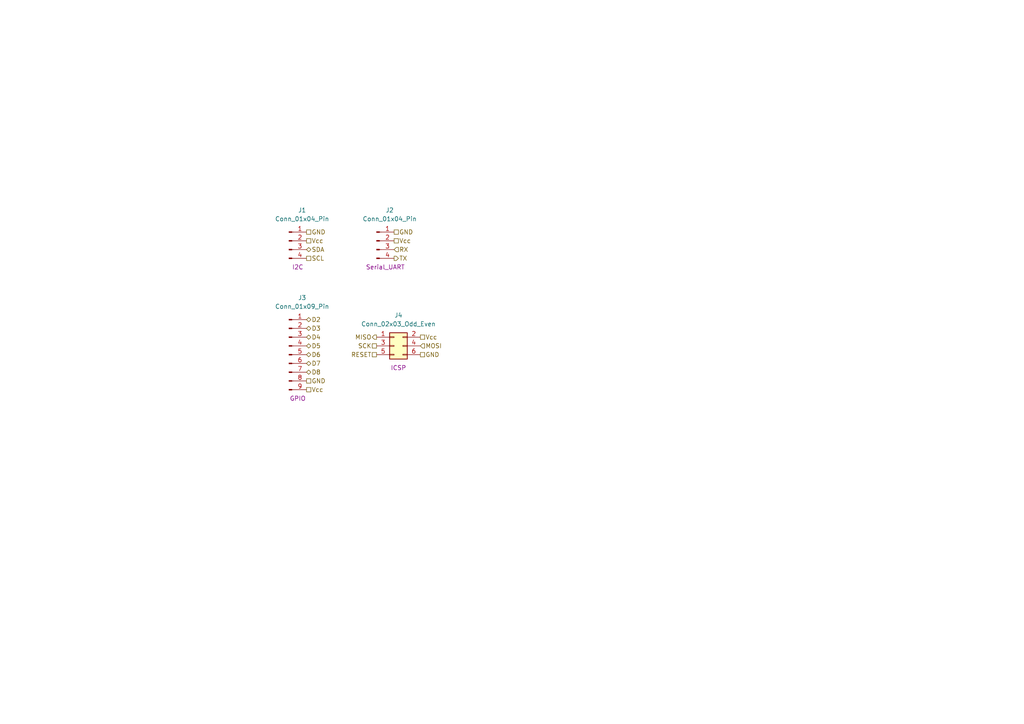
<source format=kicad_sch>
(kicad_sch
	(version 20250114)
	(generator "eeschema")
	(generator_version "9.0")
	(uuid "0a472b81-c174-400d-ba5e-5712dd1028b3")
	(paper "A4")
	(title_block
		(title "${Project_name}")
		(date "2025-12-15")
		(company "YUKESH.S   2024104010")
	)
	(lib_symbols
		(symbol "Connector:Conn_01x04_Pin"
			(pin_names
				(offset 1.016)
				(hide yes)
			)
			(exclude_from_sim no)
			(in_bom yes)
			(on_board yes)
			(property "Reference" "J"
				(at 0 5.08 0)
				(effects
					(font
						(size 1.27 1.27)
					)
				)
			)
			(property "Value" "Conn_01x04_Pin"
				(at 0 -7.62 0)
				(effects
					(font
						(size 1.27 1.27)
					)
				)
			)
			(property "Footprint" ""
				(at 0 0 0)
				(effects
					(font
						(size 1.27 1.27)
					)
					(hide yes)
				)
			)
			(property "Datasheet" "~"
				(at 0 0 0)
				(effects
					(font
						(size 1.27 1.27)
					)
					(hide yes)
				)
			)
			(property "Description" "Generic connector, single row, 01x04, script generated"
				(at 0 0 0)
				(effects
					(font
						(size 1.27 1.27)
					)
					(hide yes)
				)
			)
			(property "ki_locked" ""
				(at 0 0 0)
				(effects
					(font
						(size 1.27 1.27)
					)
				)
			)
			(property "ki_keywords" "connector"
				(at 0 0 0)
				(effects
					(font
						(size 1.27 1.27)
					)
					(hide yes)
				)
			)
			(property "ki_fp_filters" "Connector*:*_1x??_*"
				(at 0 0 0)
				(effects
					(font
						(size 1.27 1.27)
					)
					(hide yes)
				)
			)
			(symbol "Conn_01x04_Pin_1_1"
				(rectangle
					(start 0.8636 2.667)
					(end 0 2.413)
					(stroke
						(width 0.1524)
						(type default)
					)
					(fill
						(type outline)
					)
				)
				(rectangle
					(start 0.8636 0.127)
					(end 0 -0.127)
					(stroke
						(width 0.1524)
						(type default)
					)
					(fill
						(type outline)
					)
				)
				(rectangle
					(start 0.8636 -2.413)
					(end 0 -2.667)
					(stroke
						(width 0.1524)
						(type default)
					)
					(fill
						(type outline)
					)
				)
				(rectangle
					(start 0.8636 -4.953)
					(end 0 -5.207)
					(stroke
						(width 0.1524)
						(type default)
					)
					(fill
						(type outline)
					)
				)
				(polyline
					(pts
						(xy 1.27 2.54) (xy 0.8636 2.54)
					)
					(stroke
						(width 0.1524)
						(type default)
					)
					(fill
						(type none)
					)
				)
				(polyline
					(pts
						(xy 1.27 0) (xy 0.8636 0)
					)
					(stroke
						(width 0.1524)
						(type default)
					)
					(fill
						(type none)
					)
				)
				(polyline
					(pts
						(xy 1.27 -2.54) (xy 0.8636 -2.54)
					)
					(stroke
						(width 0.1524)
						(type default)
					)
					(fill
						(type none)
					)
				)
				(polyline
					(pts
						(xy 1.27 -5.08) (xy 0.8636 -5.08)
					)
					(stroke
						(width 0.1524)
						(type default)
					)
					(fill
						(type none)
					)
				)
				(pin passive line
					(at 5.08 2.54 180)
					(length 3.81)
					(name "Pin_1"
						(effects
							(font
								(size 1.27 1.27)
							)
						)
					)
					(number "1"
						(effects
							(font
								(size 1.27 1.27)
							)
						)
					)
				)
				(pin passive line
					(at 5.08 0 180)
					(length 3.81)
					(name "Pin_2"
						(effects
							(font
								(size 1.27 1.27)
							)
						)
					)
					(number "2"
						(effects
							(font
								(size 1.27 1.27)
							)
						)
					)
				)
				(pin passive line
					(at 5.08 -2.54 180)
					(length 3.81)
					(name "Pin_3"
						(effects
							(font
								(size 1.27 1.27)
							)
						)
					)
					(number "3"
						(effects
							(font
								(size 1.27 1.27)
							)
						)
					)
				)
				(pin passive line
					(at 5.08 -5.08 180)
					(length 3.81)
					(name "Pin_4"
						(effects
							(font
								(size 1.27 1.27)
							)
						)
					)
					(number "4"
						(effects
							(font
								(size 1.27 1.27)
							)
						)
					)
				)
			)
			(embedded_fonts no)
		)
		(symbol "Connector:Conn_01x09_Pin"
			(pin_names
				(offset 1.016)
				(hide yes)
			)
			(exclude_from_sim no)
			(in_bom yes)
			(on_board yes)
			(property "Reference" "J"
				(at 0 12.7 0)
				(effects
					(font
						(size 1.27 1.27)
					)
				)
			)
			(property "Value" "Conn_01x09_Pin"
				(at 0 -12.7 0)
				(effects
					(font
						(size 1.27 1.27)
					)
				)
			)
			(property "Footprint" ""
				(at 0 0 0)
				(effects
					(font
						(size 1.27 1.27)
					)
					(hide yes)
				)
			)
			(property "Datasheet" "~"
				(at 0 0 0)
				(effects
					(font
						(size 1.27 1.27)
					)
					(hide yes)
				)
			)
			(property "Description" "Generic connector, single row, 01x09, script generated"
				(at 0 0 0)
				(effects
					(font
						(size 1.27 1.27)
					)
					(hide yes)
				)
			)
			(property "ki_locked" ""
				(at 0 0 0)
				(effects
					(font
						(size 1.27 1.27)
					)
				)
			)
			(property "ki_keywords" "connector"
				(at 0 0 0)
				(effects
					(font
						(size 1.27 1.27)
					)
					(hide yes)
				)
			)
			(property "ki_fp_filters" "Connector*:*_1x??_*"
				(at 0 0 0)
				(effects
					(font
						(size 1.27 1.27)
					)
					(hide yes)
				)
			)
			(symbol "Conn_01x09_Pin_1_1"
				(rectangle
					(start 0.8636 10.287)
					(end 0 10.033)
					(stroke
						(width 0.1524)
						(type default)
					)
					(fill
						(type outline)
					)
				)
				(rectangle
					(start 0.8636 7.747)
					(end 0 7.493)
					(stroke
						(width 0.1524)
						(type default)
					)
					(fill
						(type outline)
					)
				)
				(rectangle
					(start 0.8636 5.207)
					(end 0 4.953)
					(stroke
						(width 0.1524)
						(type default)
					)
					(fill
						(type outline)
					)
				)
				(rectangle
					(start 0.8636 2.667)
					(end 0 2.413)
					(stroke
						(width 0.1524)
						(type default)
					)
					(fill
						(type outline)
					)
				)
				(rectangle
					(start 0.8636 0.127)
					(end 0 -0.127)
					(stroke
						(width 0.1524)
						(type default)
					)
					(fill
						(type outline)
					)
				)
				(rectangle
					(start 0.8636 -2.413)
					(end 0 -2.667)
					(stroke
						(width 0.1524)
						(type default)
					)
					(fill
						(type outline)
					)
				)
				(rectangle
					(start 0.8636 -4.953)
					(end 0 -5.207)
					(stroke
						(width 0.1524)
						(type default)
					)
					(fill
						(type outline)
					)
				)
				(rectangle
					(start 0.8636 -7.493)
					(end 0 -7.747)
					(stroke
						(width 0.1524)
						(type default)
					)
					(fill
						(type outline)
					)
				)
				(rectangle
					(start 0.8636 -10.033)
					(end 0 -10.287)
					(stroke
						(width 0.1524)
						(type default)
					)
					(fill
						(type outline)
					)
				)
				(polyline
					(pts
						(xy 1.27 10.16) (xy 0.8636 10.16)
					)
					(stroke
						(width 0.1524)
						(type default)
					)
					(fill
						(type none)
					)
				)
				(polyline
					(pts
						(xy 1.27 7.62) (xy 0.8636 7.62)
					)
					(stroke
						(width 0.1524)
						(type default)
					)
					(fill
						(type none)
					)
				)
				(polyline
					(pts
						(xy 1.27 5.08) (xy 0.8636 5.08)
					)
					(stroke
						(width 0.1524)
						(type default)
					)
					(fill
						(type none)
					)
				)
				(polyline
					(pts
						(xy 1.27 2.54) (xy 0.8636 2.54)
					)
					(stroke
						(width 0.1524)
						(type default)
					)
					(fill
						(type none)
					)
				)
				(polyline
					(pts
						(xy 1.27 0) (xy 0.8636 0)
					)
					(stroke
						(width 0.1524)
						(type default)
					)
					(fill
						(type none)
					)
				)
				(polyline
					(pts
						(xy 1.27 -2.54) (xy 0.8636 -2.54)
					)
					(stroke
						(width 0.1524)
						(type default)
					)
					(fill
						(type none)
					)
				)
				(polyline
					(pts
						(xy 1.27 -5.08) (xy 0.8636 -5.08)
					)
					(stroke
						(width 0.1524)
						(type default)
					)
					(fill
						(type none)
					)
				)
				(polyline
					(pts
						(xy 1.27 -7.62) (xy 0.8636 -7.62)
					)
					(stroke
						(width 0.1524)
						(type default)
					)
					(fill
						(type none)
					)
				)
				(polyline
					(pts
						(xy 1.27 -10.16) (xy 0.8636 -10.16)
					)
					(stroke
						(width 0.1524)
						(type default)
					)
					(fill
						(type none)
					)
				)
				(pin passive line
					(at 5.08 10.16 180)
					(length 3.81)
					(name "Pin_1"
						(effects
							(font
								(size 1.27 1.27)
							)
						)
					)
					(number "1"
						(effects
							(font
								(size 1.27 1.27)
							)
						)
					)
				)
				(pin passive line
					(at 5.08 7.62 180)
					(length 3.81)
					(name "Pin_2"
						(effects
							(font
								(size 1.27 1.27)
							)
						)
					)
					(number "2"
						(effects
							(font
								(size 1.27 1.27)
							)
						)
					)
				)
				(pin passive line
					(at 5.08 5.08 180)
					(length 3.81)
					(name "Pin_3"
						(effects
							(font
								(size 1.27 1.27)
							)
						)
					)
					(number "3"
						(effects
							(font
								(size 1.27 1.27)
							)
						)
					)
				)
				(pin passive line
					(at 5.08 2.54 180)
					(length 3.81)
					(name "Pin_4"
						(effects
							(font
								(size 1.27 1.27)
							)
						)
					)
					(number "4"
						(effects
							(font
								(size 1.27 1.27)
							)
						)
					)
				)
				(pin passive line
					(at 5.08 0 180)
					(length 3.81)
					(name "Pin_5"
						(effects
							(font
								(size 1.27 1.27)
							)
						)
					)
					(number "5"
						(effects
							(font
								(size 1.27 1.27)
							)
						)
					)
				)
				(pin passive line
					(at 5.08 -2.54 180)
					(length 3.81)
					(name "Pin_6"
						(effects
							(font
								(size 1.27 1.27)
							)
						)
					)
					(number "6"
						(effects
							(font
								(size 1.27 1.27)
							)
						)
					)
				)
				(pin passive line
					(at 5.08 -5.08 180)
					(length 3.81)
					(name "Pin_7"
						(effects
							(font
								(size 1.27 1.27)
							)
						)
					)
					(number "7"
						(effects
							(font
								(size 1.27 1.27)
							)
						)
					)
				)
				(pin passive line
					(at 5.08 -7.62 180)
					(length 3.81)
					(name "Pin_8"
						(effects
							(font
								(size 1.27 1.27)
							)
						)
					)
					(number "8"
						(effects
							(font
								(size 1.27 1.27)
							)
						)
					)
				)
				(pin passive line
					(at 5.08 -10.16 180)
					(length 3.81)
					(name "Pin_9"
						(effects
							(font
								(size 1.27 1.27)
							)
						)
					)
					(number "9"
						(effects
							(font
								(size 1.27 1.27)
							)
						)
					)
				)
			)
			(embedded_fonts no)
		)
		(symbol "Connector_Generic:Conn_02x03_Odd_Even"
			(pin_names
				(offset 1.016)
				(hide yes)
			)
			(exclude_from_sim no)
			(in_bom yes)
			(on_board yes)
			(property "Reference" "J"
				(at 1.27 5.08 0)
				(effects
					(font
						(size 1.27 1.27)
					)
				)
			)
			(property "Value" "Conn_02x03_Odd_Even"
				(at 1.27 -5.08 0)
				(effects
					(font
						(size 1.27 1.27)
					)
				)
			)
			(property "Footprint" ""
				(at 0 0 0)
				(effects
					(font
						(size 1.27 1.27)
					)
					(hide yes)
				)
			)
			(property "Datasheet" "~"
				(at 0 0 0)
				(effects
					(font
						(size 1.27 1.27)
					)
					(hide yes)
				)
			)
			(property "Description" "Generic connector, double row, 02x03, odd/even pin numbering scheme (row 1 odd numbers, row 2 even numbers), script generated (kicad-library-utils/schlib/autogen/connector/)"
				(at 0 0 0)
				(effects
					(font
						(size 1.27 1.27)
					)
					(hide yes)
				)
			)
			(property "ki_keywords" "connector"
				(at 0 0 0)
				(effects
					(font
						(size 1.27 1.27)
					)
					(hide yes)
				)
			)
			(property "ki_fp_filters" "Connector*:*_2x??_*"
				(at 0 0 0)
				(effects
					(font
						(size 1.27 1.27)
					)
					(hide yes)
				)
			)
			(symbol "Conn_02x03_Odd_Even_1_1"
				(rectangle
					(start -1.27 3.81)
					(end 3.81 -3.81)
					(stroke
						(width 0.254)
						(type default)
					)
					(fill
						(type background)
					)
				)
				(rectangle
					(start -1.27 2.667)
					(end 0 2.413)
					(stroke
						(width 0.1524)
						(type default)
					)
					(fill
						(type none)
					)
				)
				(rectangle
					(start -1.27 0.127)
					(end 0 -0.127)
					(stroke
						(width 0.1524)
						(type default)
					)
					(fill
						(type none)
					)
				)
				(rectangle
					(start -1.27 -2.413)
					(end 0 -2.667)
					(stroke
						(width 0.1524)
						(type default)
					)
					(fill
						(type none)
					)
				)
				(rectangle
					(start 3.81 2.667)
					(end 2.54 2.413)
					(stroke
						(width 0.1524)
						(type default)
					)
					(fill
						(type none)
					)
				)
				(rectangle
					(start 3.81 0.127)
					(end 2.54 -0.127)
					(stroke
						(width 0.1524)
						(type default)
					)
					(fill
						(type none)
					)
				)
				(rectangle
					(start 3.81 -2.413)
					(end 2.54 -2.667)
					(stroke
						(width 0.1524)
						(type default)
					)
					(fill
						(type none)
					)
				)
				(pin passive line
					(at -5.08 2.54 0)
					(length 3.81)
					(name "Pin_1"
						(effects
							(font
								(size 1.27 1.27)
							)
						)
					)
					(number "1"
						(effects
							(font
								(size 1.27 1.27)
							)
						)
					)
				)
				(pin passive line
					(at -5.08 0 0)
					(length 3.81)
					(name "Pin_3"
						(effects
							(font
								(size 1.27 1.27)
							)
						)
					)
					(number "3"
						(effects
							(font
								(size 1.27 1.27)
							)
						)
					)
				)
				(pin passive line
					(at -5.08 -2.54 0)
					(length 3.81)
					(name "Pin_5"
						(effects
							(font
								(size 1.27 1.27)
							)
						)
					)
					(number "5"
						(effects
							(font
								(size 1.27 1.27)
							)
						)
					)
				)
				(pin passive line
					(at 7.62 2.54 180)
					(length 3.81)
					(name "Pin_2"
						(effects
							(font
								(size 1.27 1.27)
							)
						)
					)
					(number "2"
						(effects
							(font
								(size 1.27 1.27)
							)
						)
					)
				)
				(pin passive line
					(at 7.62 0 180)
					(length 3.81)
					(name "Pin_4"
						(effects
							(font
								(size 1.27 1.27)
							)
						)
					)
					(number "4"
						(effects
							(font
								(size 1.27 1.27)
							)
						)
					)
				)
				(pin passive line
					(at 7.62 -2.54 180)
					(length 3.81)
					(name "Pin_6"
						(effects
							(font
								(size 1.27 1.27)
							)
						)
					)
					(number "6"
						(effects
							(font
								(size 1.27 1.27)
							)
						)
					)
				)
			)
			(embedded_fonts no)
		)
	)
	(hierarchical_label "SDA"
		(shape bidirectional)
		(at 88.9 72.39 0)
		(effects
			(font
				(size 1.27 1.27)
			)
			(justify left)
		)
		(uuid "065fe799-541a-4d98-89fa-327b65edf4b0")
	)
	(hierarchical_label "D2"
		(shape bidirectional)
		(at 88.9 92.71 0)
		(effects
			(font
				(size 1.27 1.27)
			)
			(justify left)
		)
		(uuid "233e0a15-3499-4408-ba9d-7d2cb5101ac7")
	)
	(hierarchical_label "D5"
		(shape bidirectional)
		(at 88.9 100.33 0)
		(effects
			(font
				(size 1.27 1.27)
			)
			(justify left)
		)
		(uuid "25568e50-0062-4c6f-bc84-676b66b751a9")
	)
	(hierarchical_label "MISO"
		(shape output)
		(at 109.22 97.79 180)
		(effects
			(font
				(size 1.27 1.27)
			)
			(justify right)
		)
		(uuid "2a99d0ed-9e5d-4557-b674-97316c3aa291")
	)
	(hierarchical_label "SCL"
		(shape passive)
		(at 88.9 74.93 0)
		(effects
			(font
				(size 1.27 1.27)
			)
			(justify left)
		)
		(uuid "37918846-8988-4362-a21e-5c1106c8b0dd")
	)
	(hierarchical_label "SCK"
		(shape passive)
		(at 109.22 100.33 180)
		(effects
			(font
				(size 1.27 1.27)
			)
			(justify right)
		)
		(uuid "48e8e0af-013d-4682-b602-c663e60ed1b5")
	)
	(hierarchical_label "D8"
		(shape bidirectional)
		(at 88.9 107.95 0)
		(effects
			(font
				(size 1.27 1.27)
			)
			(justify left)
		)
		(uuid "50b8c351-f3a5-4cb3-9fcf-388352b24e42")
	)
	(hierarchical_label "GND"
		(shape passive)
		(at 114.3 67.31 0)
		(effects
			(font
				(size 1.27 1.27)
			)
			(justify left)
		)
		(uuid "6785f62a-15f6-4972-ad3f-55701461adc9")
	)
	(hierarchical_label "GND"
		(shape passive)
		(at 88.9 110.49 0)
		(effects
			(font
				(size 1.27 1.27)
			)
			(justify left)
		)
		(uuid "722cb78f-55f5-45aa-b6f8-2302b31e8e85")
	)
	(hierarchical_label "RX"
		(shape input)
		(at 114.3 72.39 0)
		(effects
			(font
				(size 1.27 1.27)
			)
			(justify left)
		)
		(uuid "7e7ab0eb-48a1-4bbc-a4c6-13822bf50885")
	)
	(hierarchical_label "TX"
		(shape output)
		(at 114.3 74.93 0)
		(effects
			(font
				(size 1.27 1.27)
			)
			(justify left)
		)
		(uuid "990e1b21-6cbc-4b31-b58b-df752ff114a6")
	)
	(hierarchical_label "Vcc"
		(shape passive)
		(at 88.9 113.03 0)
		(effects
			(font
				(size 1.27 1.27)
			)
			(justify left)
		)
		(uuid "9c8121b9-ddbc-47bf-be21-87b8f57e8167")
	)
	(hierarchical_label "Vcc"
		(shape passive)
		(at 121.92 97.79 0)
		(effects
			(font
				(size 1.27 1.27)
			)
			(justify left)
		)
		(uuid "a299c73b-2c68-49f8-aafe-dd6348b2d85e")
	)
	(hierarchical_label "D7"
		(shape bidirectional)
		(at 88.9 105.41 0)
		(effects
			(font
				(size 1.27 1.27)
			)
			(justify left)
		)
		(uuid "a8db3467-2833-4d8e-92c3-14883cedb841")
	)
	(hierarchical_label "Vcc"
		(shape passive)
		(at 114.3 69.85 0)
		(effects
			(font
				(size 1.27 1.27)
			)
			(justify left)
		)
		(uuid "adbc1aad-ce5a-48a7-969b-f51c06613990")
	)
	(hierarchical_label "GND"
		(shape passive)
		(at 121.92 102.87 0)
		(effects
			(font
				(size 1.27 1.27)
			)
			(justify left)
		)
		(uuid "af7bd5f5-590a-45d8-be45-1a15d217dfb5")
	)
	(hierarchical_label "Vcc"
		(shape passive)
		(at 88.9 69.85 0)
		(effects
			(font
				(size 1.27 1.27)
			)
			(justify left)
		)
		(uuid "c3129e7f-f377-4b3b-b26e-c6f0818090a4")
	)
	(hierarchical_label "D6"
		(shape bidirectional)
		(at 88.9 102.87 0)
		(effects
			(font
				(size 1.27 1.27)
			)
			(justify left)
		)
		(uuid "d3a00ed1-0754-475f-9f9f-19fe6c737a2c")
	)
	(hierarchical_label "GND"
		(shape passive)
		(at 88.9 67.31 0)
		(effects
			(font
				(size 1.27 1.27)
			)
			(justify left)
		)
		(uuid "d4c10485-f7c4-46b6-a024-ac4165e93841")
	)
	(hierarchical_label "RESET"
		(shape passive)
		(at 109.22 102.87 180)
		(effects
			(font
				(size 1.27 1.27)
			)
			(justify right)
		)
		(uuid "d816ca2c-4180-4585-ada2-a36eea5b203e")
	)
	(hierarchical_label "D3"
		(shape bidirectional)
		(at 88.9 95.25 0)
		(effects
			(font
				(size 1.27 1.27)
			)
			(justify left)
		)
		(uuid "db23dde5-a244-44b5-a44c-9d006018a1d2")
	)
	(hierarchical_label "D4"
		(shape bidirectional)
		(at 88.9 97.79 0)
		(effects
			(font
				(size 1.27 1.27)
			)
			(justify left)
		)
		(uuid "eb0da427-d180-4820-8a68-8fe710cbd796")
	)
	(hierarchical_label "MOSI"
		(shape input)
		(at 121.92 100.33 0)
		(effects
			(font
				(size 1.27 1.27)
			)
			(justify left)
		)
		(uuid "fb94884b-8048-4148-9aff-0c32d5ecf367")
	)
	(symbol
		(lib_id "Connector:Conn_01x04_Pin")
		(at 109.22 69.85 0)
		(unit 1)
		(exclude_from_sim no)
		(in_bom yes)
		(on_board yes)
		(dnp no)
		(uuid "023d9194-51fd-4a19-8b88-3da4dab2542a")
		(property "Reference" "J2"
			(at 113.03 60.96 0)
			(effects
				(font
					(size 1.27 1.27)
				)
			)
		)
		(property "Value" "Conn_01x04_Pin"
			(at 113.03 63.5 0)
			(effects
				(font
					(size 1.27 1.27)
				)
			)
		)
		(property "Footprint" "Connector_PinHeader_2.54mm:PinHeader_1x04_P2.54mm_Vertical"
			(at 109.22 69.85 0)
			(effects
				(font
					(size 1.27 1.27)
				)
				(hide yes)
			)
		)
		(property "Datasheet" "~"
			(at 109.22 69.85 0)
			(effects
				(font
					(size 1.27 1.27)
				)
				(hide yes)
			)
		)
		(property "Description" "Generic connector, single row, 01x04, script generated"
			(at 109.22 69.85 0)
			(effects
				(font
					(size 1.27 1.27)
				)
				(hide yes)
			)
		)
		(property "Purpose" "Serial_UART"
			(at 111.76 77.47 0)
			(effects
				(font
					(size 1.27 1.27)
				)
			)
		)
		(property "Short Description" ""
			(at 109.22 69.85 0)
			(effects
				(font
					(size 1.27 1.27)
				)
				(hide yes)
			)
		)
		(pin "4"
			(uuid "076a2e20-eb15-4989-8195-16c39fcca28f")
		)
		(pin "2"
			(uuid "81ce4cb6-13b2-4b42-a854-7e7d0587a999")
		)
		(pin "3"
			(uuid "fcf13bba-4275-47d9-838a-a4b6886f91f5")
		)
		(pin "1"
			(uuid "fb2e75f9-9e04-4c78-a5bb-5f878041e779")
		)
		(instances
			(project "MCU_Data logger003"
				(path "/40f26c8b-91df-4bd0-a56f-afd0bc0b8d34/8bef11ed-2d61-416e-a748-7da19080e345"
					(reference "J2")
					(unit 1)
				)
			)
		)
	)
	(symbol
		(lib_id "Connector:Conn_01x04_Pin")
		(at 83.82 69.85 0)
		(unit 1)
		(exclude_from_sim no)
		(in_bom yes)
		(on_board yes)
		(dnp no)
		(uuid "2c212625-ecab-4f5f-82fa-9da5a689fe7f")
		(property "Reference" "J1"
			(at 87.63 60.96 0)
			(effects
				(font
					(size 1.27 1.27)
				)
			)
		)
		(property "Value" "Conn_01x04_Pin"
			(at 87.63 63.5 0)
			(effects
				(font
					(size 1.27 1.27)
				)
			)
		)
		(property "Footprint" "Connector_PinHeader_2.54mm:PinHeader_1x04_P2.54mm_Vertical"
			(at 83.82 69.85 0)
			(effects
				(font
					(size 1.27 1.27)
				)
				(hide yes)
			)
		)
		(property "Datasheet" "~"
			(at 83.82 69.85 0)
			(effects
				(font
					(size 1.27 1.27)
				)
				(hide yes)
			)
		)
		(property "Description" "Generic connector, single row, 01x04, script generated"
			(at 83.82 69.85 0)
			(effects
				(font
					(size 1.27 1.27)
				)
				(hide yes)
			)
		)
		(property "Purpose" "I2C"
			(at 86.36 77.47 0)
			(effects
				(font
					(size 1.27 1.27)
				)
			)
		)
		(property "Short Description" ""
			(at 83.82 69.85 0)
			(effects
				(font
					(size 1.27 1.27)
				)
				(hide yes)
			)
		)
		(pin "4"
			(uuid "307b74e1-0893-465c-b010-c77beaec15d8")
		)
		(pin "2"
			(uuid "d2793714-962d-456e-941f-fc9eef958acb")
		)
		(pin "3"
			(uuid "3666191a-0d89-4ec9-bdfc-616ddc501fe1")
		)
		(pin "1"
			(uuid "99ebe4a1-e94b-43a9-9d6f-f87f05aaca8d")
		)
		(instances
			(project ""
				(path "/40f26c8b-91df-4bd0-a56f-afd0bc0b8d34/8bef11ed-2d61-416e-a748-7da19080e345"
					(reference "J1")
					(unit 1)
				)
			)
		)
	)
	(symbol
		(lib_id "Connector_Generic:Conn_02x03_Odd_Even")
		(at 114.3 100.33 0)
		(unit 1)
		(exclude_from_sim no)
		(in_bom yes)
		(on_board yes)
		(dnp no)
		(uuid "7f99ca39-2cc1-4dda-aeb1-ebb156aa68ce")
		(property "Reference" "J4"
			(at 115.57 91.44 0)
			(effects
				(font
					(size 1.27 1.27)
				)
			)
		)
		(property "Value" "Conn_02x03_Odd_Even"
			(at 115.57 93.98 0)
			(effects
				(font
					(size 1.27 1.27)
				)
			)
		)
		(property "Footprint" "Connector_PinHeader_2.54mm:PinHeader_2x03_P2.54mm_Vertical"
			(at 114.3 100.33 0)
			(effects
				(font
					(size 1.27 1.27)
				)
				(hide yes)
			)
		)
		(property "Datasheet" "~"
			(at 114.3 100.33 0)
			(effects
				(font
					(size 1.27 1.27)
				)
				(hide yes)
			)
		)
		(property "Description" "Generic connector, double row, 02x03, odd/even pin numbering scheme (row 1 odd numbers, row 2 even numbers), script generated (kicad-library-utils/schlib/autogen/connector/)"
			(at 114.3 100.33 0)
			(effects
				(font
					(size 1.27 1.27)
				)
				(hide yes)
			)
		)
		(property "Purpose" "ICSP"
			(at 115.57 106.68 0)
			(effects
				(font
					(size 1.27 1.27)
				)
			)
		)
		(property "Short Description" ""
			(at 114.3 100.33 0)
			(effects
				(font
					(size 1.27 1.27)
				)
				(hide yes)
			)
		)
		(pin "4"
			(uuid "e2c65e28-d0f1-46fc-b638-04cb12475ba2")
		)
		(pin "3"
			(uuid "c0b5b55b-3b70-4e69-993d-32bffc488c35")
		)
		(pin "2"
			(uuid "3f608d91-72a9-4aee-b1dc-ce8d0b85e5ff")
		)
		(pin "6"
			(uuid "cb29e202-e216-4267-b5c3-904f384cc254")
		)
		(pin "5"
			(uuid "16d4b3dc-1fd4-4a7a-96f7-4c79a17546d2")
		)
		(pin "1"
			(uuid "5d5bc2b9-daac-4ae1-b3cc-905dfdc0dba9")
		)
		(instances
			(project ""
				(path "/40f26c8b-91df-4bd0-a56f-afd0bc0b8d34/8bef11ed-2d61-416e-a748-7da19080e345"
					(reference "J4")
					(unit 1)
				)
			)
		)
	)
	(symbol
		(lib_id "Connector:Conn_01x09_Pin")
		(at 83.82 102.87 0)
		(unit 1)
		(exclude_from_sim no)
		(in_bom yes)
		(on_board yes)
		(dnp no)
		(uuid "f92796a6-c8a6-4f47-99e6-e1077a62329b")
		(property "Reference" "J3"
			(at 87.63 86.36 0)
			(effects
				(font
					(size 1.27 1.27)
				)
			)
		)
		(property "Value" "Conn_01x09_Pin"
			(at 87.63 88.9 0)
			(effects
				(font
					(size 1.27 1.27)
				)
			)
		)
		(property "Footprint" "Connector_PinHeader_2.54mm:PinHeader_1x09_P2.54mm_Vertical"
			(at 83.82 102.87 0)
			(effects
				(font
					(size 1.27 1.27)
				)
				(hide yes)
			)
		)
		(property "Datasheet" "~"
			(at 83.82 102.87 0)
			(effects
				(font
					(size 1.27 1.27)
				)
				(hide yes)
			)
		)
		(property "Description" "Generic connector, single row, 01x09, script generated"
			(at 83.82 102.87 0)
			(effects
				(font
					(size 1.27 1.27)
				)
				(hide yes)
			)
		)
		(property "Purpose" "GPIO"
			(at 86.36 115.57 0)
			(effects
				(font
					(size 1.27 1.27)
				)
			)
		)
		(property "Short Description" ""
			(at 83.82 102.87 0)
			(effects
				(font
					(size 1.27 1.27)
				)
				(hide yes)
			)
		)
		(pin "4"
			(uuid "2239b15e-8160-4912-b238-41fe04866e48")
		)
		(pin "9"
			(uuid "75fd47f9-39c5-42c1-acff-942d73f522f7")
		)
		(pin "3"
			(uuid "596aa5dc-cd50-4223-9af9-96a18293dba4")
		)
		(pin "6"
			(uuid "f4a430ea-6a8d-4047-a4c7-b14e4b9f0223")
		)
		(pin "1"
			(uuid "a50294b6-6d77-472e-99c3-018d4f6d4543")
		)
		(pin "2"
			(uuid "aee510e7-9da0-4608-b843-a6894c388a93")
		)
		(pin "5"
			(uuid "24cad19e-d123-4cc2-b871-c9ec9ecfbc47")
		)
		(pin "7"
			(uuid "bf0041b6-26f1-46f9-86eb-dc9273f07311")
		)
		(pin "8"
			(uuid "b54947c0-866b-47c0-9308-7dedfa95b9e3")
		)
		(instances
			(project ""
				(path "/40f26c8b-91df-4bd0-a56f-afd0bc0b8d34/8bef11ed-2d61-416e-a748-7da19080e345"
					(reference "J3")
					(unit 1)
				)
			)
		)
	)
)

</source>
